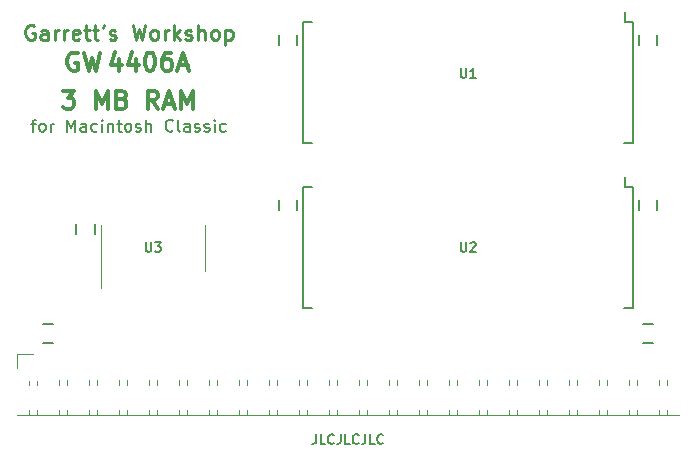
<source format=gto>
G04 #@! TF.GenerationSoftware,KiCad,Pcbnew,(5.1.10-1-10_14)*
G04 #@! TF.CreationDate,2021-11-16T23:45:20-05:00*
G04 #@! TF.ProjectId,MacClassicRAMCard,4d616343-6c61-4737-9369-6352414d4361,rev?*
G04 #@! TF.SameCoordinates,Original*
G04 #@! TF.FileFunction,Legend,Top*
G04 #@! TF.FilePolarity,Positive*
%FSLAX46Y46*%
G04 Gerber Fmt 4.6, Leading zero omitted, Abs format (unit mm)*
G04 Created by KiCad (PCBNEW (5.1.10-1-10_14)) date 2021-11-16 23:45:20*
%MOMM*%
%LPD*%
G01*
G04 APERTURE LIST*
%ADD10C,0.203200*%
%ADD11C,0.300000*%
%ADD12C,0.200000*%
%ADD13C,0.225000*%
%ADD14C,0.120000*%
%ADD15C,0.152400*%
%ADD16O,1.850000X1.850000*%
%ADD17C,2.000000*%
%ADD18C,2.150000*%
G04 APERTURE END LIST*
D10*
X117940666Y-128840895D02*
X117940666Y-129421466D01*
X117901961Y-129537580D01*
X117824552Y-129614990D01*
X117708438Y-129653695D01*
X117631028Y-129653695D01*
X118714761Y-129653695D02*
X118327714Y-129653695D01*
X118327714Y-128840895D01*
X119450152Y-129576285D02*
X119411447Y-129614990D01*
X119295333Y-129653695D01*
X119217923Y-129653695D01*
X119101809Y-129614990D01*
X119024400Y-129537580D01*
X118985695Y-129460171D01*
X118946990Y-129305352D01*
X118946990Y-129189238D01*
X118985695Y-129034419D01*
X119024400Y-128957009D01*
X119101809Y-128879600D01*
X119217923Y-128840895D01*
X119295333Y-128840895D01*
X119411447Y-128879600D01*
X119450152Y-128918304D01*
X120030723Y-128840895D02*
X120030723Y-129421466D01*
X119992019Y-129537580D01*
X119914609Y-129614990D01*
X119798495Y-129653695D01*
X119721085Y-129653695D01*
X120804819Y-129653695D02*
X120417771Y-129653695D01*
X120417771Y-128840895D01*
X121540209Y-129576285D02*
X121501504Y-129614990D01*
X121385390Y-129653695D01*
X121307980Y-129653695D01*
X121191866Y-129614990D01*
X121114457Y-129537580D01*
X121075752Y-129460171D01*
X121037047Y-129305352D01*
X121037047Y-129189238D01*
X121075752Y-129034419D01*
X121114457Y-128957009D01*
X121191866Y-128879600D01*
X121307980Y-128840895D01*
X121385390Y-128840895D01*
X121501504Y-128879600D01*
X121540209Y-128918304D01*
X122120780Y-128840895D02*
X122120780Y-129421466D01*
X122082076Y-129537580D01*
X122004666Y-129614990D01*
X121888552Y-129653695D01*
X121811142Y-129653695D01*
X122894876Y-129653695D02*
X122507828Y-129653695D01*
X122507828Y-128840895D01*
X123630266Y-129576285D02*
X123591561Y-129614990D01*
X123475447Y-129653695D01*
X123398038Y-129653695D01*
X123281923Y-129614990D01*
X123204514Y-129537580D01*
X123165809Y-129460171D01*
X123127104Y-129305352D01*
X123127104Y-129189238D01*
X123165809Y-129034419D01*
X123204514Y-128957009D01*
X123281923Y-128879600D01*
X123398038Y-128840895D01*
X123475447Y-128840895D01*
X123591561Y-128879600D01*
X123630266Y-128918304D01*
D11*
X96520000Y-99749428D02*
X97463428Y-99749428D01*
X96955428Y-100330000D01*
X97173142Y-100330000D01*
X97318285Y-100402571D01*
X97390857Y-100475142D01*
X97463428Y-100620285D01*
X97463428Y-100983142D01*
X97390857Y-101128285D01*
X97318285Y-101200857D01*
X97173142Y-101273428D01*
X96737714Y-101273428D01*
X96592571Y-101200857D01*
X96520000Y-101128285D01*
X99277714Y-101273428D02*
X99277714Y-99749428D01*
X99785714Y-100838000D01*
X100293714Y-99749428D01*
X100293714Y-101273428D01*
X101527428Y-100475142D02*
X101745142Y-100547714D01*
X101817714Y-100620285D01*
X101890285Y-100765428D01*
X101890285Y-100983142D01*
X101817714Y-101128285D01*
X101745142Y-101200857D01*
X101600000Y-101273428D01*
X101019428Y-101273428D01*
X101019428Y-99749428D01*
X101527428Y-99749428D01*
X101672571Y-99822000D01*
X101745142Y-99894571D01*
X101817714Y-100039714D01*
X101817714Y-100184857D01*
X101745142Y-100330000D01*
X101672571Y-100402571D01*
X101527428Y-100475142D01*
X101019428Y-100475142D01*
X104575428Y-101273428D02*
X104067428Y-100547714D01*
X103704571Y-101273428D02*
X103704571Y-99749428D01*
X104285142Y-99749428D01*
X104430285Y-99822000D01*
X104502857Y-99894571D01*
X104575428Y-100039714D01*
X104575428Y-100257428D01*
X104502857Y-100402571D01*
X104430285Y-100475142D01*
X104285142Y-100547714D01*
X103704571Y-100547714D01*
X105156000Y-100838000D02*
X105881714Y-100838000D01*
X105010857Y-101273428D02*
X105518857Y-99749428D01*
X106026857Y-101273428D01*
X106534857Y-101273428D02*
X106534857Y-99749428D01*
X107042857Y-100838000D01*
X107550857Y-99749428D01*
X107550857Y-101273428D01*
D12*
X93834857Y-102525285D02*
X94221904Y-102525285D01*
X93980000Y-103202619D02*
X93980000Y-102331761D01*
X94028380Y-102235000D01*
X94125142Y-102186619D01*
X94221904Y-102186619D01*
X94705714Y-103202619D02*
X94608952Y-103154238D01*
X94560571Y-103105857D01*
X94512190Y-103009095D01*
X94512190Y-102718809D01*
X94560571Y-102622047D01*
X94608952Y-102573666D01*
X94705714Y-102525285D01*
X94850857Y-102525285D01*
X94947619Y-102573666D01*
X94996000Y-102622047D01*
X95044380Y-102718809D01*
X95044380Y-103009095D01*
X94996000Y-103105857D01*
X94947619Y-103154238D01*
X94850857Y-103202619D01*
X94705714Y-103202619D01*
X95479809Y-103202619D02*
X95479809Y-102525285D01*
X95479809Y-102718809D02*
X95528190Y-102622047D01*
X95576571Y-102573666D01*
X95673333Y-102525285D01*
X95770095Y-102525285D01*
X96882857Y-103202619D02*
X96882857Y-102186619D01*
X97221523Y-102912333D01*
X97560190Y-102186619D01*
X97560190Y-103202619D01*
X98479428Y-103202619D02*
X98479428Y-102670428D01*
X98431047Y-102573666D01*
X98334285Y-102525285D01*
X98140761Y-102525285D01*
X98044000Y-102573666D01*
X98479428Y-103154238D02*
X98382666Y-103202619D01*
X98140761Y-103202619D01*
X98044000Y-103154238D01*
X97995619Y-103057476D01*
X97995619Y-102960714D01*
X98044000Y-102863952D01*
X98140761Y-102815571D01*
X98382666Y-102815571D01*
X98479428Y-102767190D01*
X99398666Y-103154238D02*
X99301904Y-103202619D01*
X99108380Y-103202619D01*
X99011619Y-103154238D01*
X98963238Y-103105857D01*
X98914857Y-103009095D01*
X98914857Y-102718809D01*
X98963238Y-102622047D01*
X99011619Y-102573666D01*
X99108380Y-102525285D01*
X99301904Y-102525285D01*
X99398666Y-102573666D01*
X99834095Y-103202619D02*
X99834095Y-102525285D01*
X99834095Y-102186619D02*
X99785714Y-102235000D01*
X99834095Y-102283380D01*
X99882476Y-102235000D01*
X99834095Y-102186619D01*
X99834095Y-102283380D01*
X100317904Y-102525285D02*
X100317904Y-103202619D01*
X100317904Y-102622047D02*
X100366285Y-102573666D01*
X100463047Y-102525285D01*
X100608190Y-102525285D01*
X100704952Y-102573666D01*
X100753333Y-102670428D01*
X100753333Y-103202619D01*
X101092000Y-102525285D02*
X101479047Y-102525285D01*
X101237142Y-102186619D02*
X101237142Y-103057476D01*
X101285523Y-103154238D01*
X101382285Y-103202619D01*
X101479047Y-103202619D01*
X101962857Y-103202619D02*
X101866095Y-103154238D01*
X101817714Y-103105857D01*
X101769333Y-103009095D01*
X101769333Y-102718809D01*
X101817714Y-102622047D01*
X101866095Y-102573666D01*
X101962857Y-102525285D01*
X102108000Y-102525285D01*
X102204761Y-102573666D01*
X102253142Y-102622047D01*
X102301523Y-102718809D01*
X102301523Y-103009095D01*
X102253142Y-103105857D01*
X102204761Y-103154238D01*
X102108000Y-103202619D01*
X101962857Y-103202619D01*
X102688571Y-103154238D02*
X102785333Y-103202619D01*
X102978857Y-103202619D01*
X103075619Y-103154238D01*
X103124000Y-103057476D01*
X103124000Y-103009095D01*
X103075619Y-102912333D01*
X102978857Y-102863952D01*
X102833714Y-102863952D01*
X102736952Y-102815571D01*
X102688571Y-102718809D01*
X102688571Y-102670428D01*
X102736952Y-102573666D01*
X102833714Y-102525285D01*
X102978857Y-102525285D01*
X103075619Y-102573666D01*
X103559428Y-103202619D02*
X103559428Y-102186619D01*
X103994857Y-103202619D02*
X103994857Y-102670428D01*
X103946476Y-102573666D01*
X103849714Y-102525285D01*
X103704571Y-102525285D01*
X103607809Y-102573666D01*
X103559428Y-102622047D01*
X105833333Y-103105857D02*
X105784952Y-103154238D01*
X105639809Y-103202619D01*
X105543047Y-103202619D01*
X105397904Y-103154238D01*
X105301142Y-103057476D01*
X105252761Y-102960714D01*
X105204380Y-102767190D01*
X105204380Y-102622047D01*
X105252761Y-102428523D01*
X105301142Y-102331761D01*
X105397904Y-102235000D01*
X105543047Y-102186619D01*
X105639809Y-102186619D01*
X105784952Y-102235000D01*
X105833333Y-102283380D01*
X106413904Y-103202619D02*
X106317142Y-103154238D01*
X106268761Y-103057476D01*
X106268761Y-102186619D01*
X107236380Y-103202619D02*
X107236380Y-102670428D01*
X107188000Y-102573666D01*
X107091238Y-102525285D01*
X106897714Y-102525285D01*
X106800952Y-102573666D01*
X107236380Y-103154238D02*
X107139619Y-103202619D01*
X106897714Y-103202619D01*
X106800952Y-103154238D01*
X106752571Y-103057476D01*
X106752571Y-102960714D01*
X106800952Y-102863952D01*
X106897714Y-102815571D01*
X107139619Y-102815571D01*
X107236380Y-102767190D01*
X107671809Y-103154238D02*
X107768571Y-103202619D01*
X107962095Y-103202619D01*
X108058857Y-103154238D01*
X108107238Y-103057476D01*
X108107238Y-103009095D01*
X108058857Y-102912333D01*
X107962095Y-102863952D01*
X107816952Y-102863952D01*
X107720190Y-102815571D01*
X107671809Y-102718809D01*
X107671809Y-102670428D01*
X107720190Y-102573666D01*
X107816952Y-102525285D01*
X107962095Y-102525285D01*
X108058857Y-102573666D01*
X108494285Y-103154238D02*
X108591047Y-103202619D01*
X108784571Y-103202619D01*
X108881333Y-103154238D01*
X108929714Y-103057476D01*
X108929714Y-103009095D01*
X108881333Y-102912333D01*
X108784571Y-102863952D01*
X108639428Y-102863952D01*
X108542666Y-102815571D01*
X108494285Y-102718809D01*
X108494285Y-102670428D01*
X108542666Y-102573666D01*
X108639428Y-102525285D01*
X108784571Y-102525285D01*
X108881333Y-102573666D01*
X109365142Y-103202619D02*
X109365142Y-102525285D01*
X109365142Y-102186619D02*
X109316761Y-102235000D01*
X109365142Y-102283380D01*
X109413523Y-102235000D01*
X109365142Y-102186619D01*
X109365142Y-102283380D01*
X110284380Y-103154238D02*
X110187619Y-103202619D01*
X109994095Y-103202619D01*
X109897333Y-103154238D01*
X109848952Y-103105857D01*
X109800571Y-103009095D01*
X109800571Y-102718809D01*
X109848952Y-102622047D01*
X109897333Y-102573666D01*
X109994095Y-102525285D01*
X110187619Y-102525285D01*
X110284380Y-102573666D01*
D11*
X97758485Y-96596000D02*
X97613342Y-96523428D01*
X97395628Y-96523428D01*
X97177914Y-96596000D01*
X97032771Y-96741142D01*
X96960200Y-96886285D01*
X96887628Y-97176571D01*
X96887628Y-97394285D01*
X96960200Y-97684571D01*
X97032771Y-97829714D01*
X97177914Y-97974857D01*
X97395628Y-98047428D01*
X97540771Y-98047428D01*
X97758485Y-97974857D01*
X97831057Y-97902285D01*
X97831057Y-97394285D01*
X97540771Y-97394285D01*
X98339057Y-96523428D02*
X98701914Y-98047428D01*
X98992200Y-96958857D01*
X99282485Y-98047428D01*
X99645342Y-96523428D01*
X101278200Y-97031428D02*
X101278200Y-98047428D01*
X100915342Y-96450857D02*
X100552485Y-97539428D01*
X101495914Y-97539428D01*
X102729628Y-97031428D02*
X102729628Y-98047428D01*
X102366771Y-96450857D02*
X102003914Y-97539428D01*
X102947342Y-97539428D01*
X103818200Y-96523428D02*
X103963342Y-96523428D01*
X104108485Y-96596000D01*
X104181057Y-96668571D01*
X104253628Y-96813714D01*
X104326200Y-97104000D01*
X104326200Y-97466857D01*
X104253628Y-97757142D01*
X104181057Y-97902285D01*
X104108485Y-97974857D01*
X103963342Y-98047428D01*
X103818200Y-98047428D01*
X103673057Y-97974857D01*
X103600485Y-97902285D01*
X103527914Y-97757142D01*
X103455342Y-97466857D01*
X103455342Y-97104000D01*
X103527914Y-96813714D01*
X103600485Y-96668571D01*
X103673057Y-96596000D01*
X103818200Y-96523428D01*
X105632485Y-96523428D02*
X105342200Y-96523428D01*
X105197057Y-96596000D01*
X105124485Y-96668571D01*
X104979342Y-96886285D01*
X104906771Y-97176571D01*
X104906771Y-97757142D01*
X104979342Y-97902285D01*
X105051914Y-97974857D01*
X105197057Y-98047428D01*
X105487342Y-98047428D01*
X105632485Y-97974857D01*
X105705057Y-97902285D01*
X105777628Y-97757142D01*
X105777628Y-97394285D01*
X105705057Y-97249142D01*
X105632485Y-97176571D01*
X105487342Y-97104000D01*
X105197057Y-97104000D01*
X105051914Y-97176571D01*
X104979342Y-97249142D01*
X104906771Y-97394285D01*
X106358200Y-97612000D02*
X107083914Y-97612000D01*
X106213057Y-98047428D02*
X106721057Y-96523428D01*
X107229057Y-98047428D01*
D13*
X94064666Y-94234000D02*
X93943714Y-94173523D01*
X93762285Y-94173523D01*
X93580857Y-94234000D01*
X93459904Y-94354952D01*
X93399428Y-94475904D01*
X93338952Y-94717809D01*
X93338952Y-94899238D01*
X93399428Y-95141142D01*
X93459904Y-95262095D01*
X93580857Y-95383047D01*
X93762285Y-95443523D01*
X93883238Y-95443523D01*
X94064666Y-95383047D01*
X94125142Y-95322571D01*
X94125142Y-94899238D01*
X93883238Y-94899238D01*
X95213714Y-95443523D02*
X95213714Y-94778285D01*
X95153238Y-94657333D01*
X95032285Y-94596857D01*
X94790380Y-94596857D01*
X94669428Y-94657333D01*
X95213714Y-95383047D02*
X95092761Y-95443523D01*
X94790380Y-95443523D01*
X94669428Y-95383047D01*
X94608952Y-95262095D01*
X94608952Y-95141142D01*
X94669428Y-95020190D01*
X94790380Y-94959714D01*
X95092761Y-94959714D01*
X95213714Y-94899238D01*
X95818476Y-95443523D02*
X95818476Y-94596857D01*
X95818476Y-94838761D02*
X95878952Y-94717809D01*
X95939428Y-94657333D01*
X96060380Y-94596857D01*
X96181333Y-94596857D01*
X96604666Y-95443523D02*
X96604666Y-94596857D01*
X96604666Y-94838761D02*
X96665142Y-94717809D01*
X96725619Y-94657333D01*
X96846571Y-94596857D01*
X96967523Y-94596857D01*
X97874666Y-95383047D02*
X97753714Y-95443523D01*
X97511809Y-95443523D01*
X97390857Y-95383047D01*
X97330380Y-95262095D01*
X97330380Y-94778285D01*
X97390857Y-94657333D01*
X97511809Y-94596857D01*
X97753714Y-94596857D01*
X97874666Y-94657333D01*
X97935142Y-94778285D01*
X97935142Y-94899238D01*
X97330380Y-95020190D01*
X98298000Y-94596857D02*
X98781809Y-94596857D01*
X98479428Y-94173523D02*
X98479428Y-95262095D01*
X98539904Y-95383047D01*
X98660857Y-95443523D01*
X98781809Y-95443523D01*
X99023714Y-94596857D02*
X99507523Y-94596857D01*
X99205142Y-94173523D02*
X99205142Y-95262095D01*
X99265619Y-95383047D01*
X99386571Y-95443523D01*
X99507523Y-95443523D01*
X99991333Y-94173523D02*
X99991333Y-94234000D01*
X99930857Y-94354952D01*
X99870380Y-94415428D01*
X100475142Y-95383047D02*
X100596095Y-95443523D01*
X100838000Y-95443523D01*
X100958952Y-95383047D01*
X101019428Y-95262095D01*
X101019428Y-95201619D01*
X100958952Y-95080666D01*
X100838000Y-95020190D01*
X100656571Y-95020190D01*
X100535619Y-94959714D01*
X100475142Y-94838761D01*
X100475142Y-94778285D01*
X100535619Y-94657333D01*
X100656571Y-94596857D01*
X100838000Y-94596857D01*
X100958952Y-94657333D01*
X102410380Y-94173523D02*
X102712761Y-95443523D01*
X102954666Y-94536380D01*
X103196571Y-95443523D01*
X103498952Y-94173523D01*
X104164190Y-95443523D02*
X104043238Y-95383047D01*
X103982761Y-95322571D01*
X103922285Y-95201619D01*
X103922285Y-94838761D01*
X103982761Y-94717809D01*
X104043238Y-94657333D01*
X104164190Y-94596857D01*
X104345619Y-94596857D01*
X104466571Y-94657333D01*
X104527047Y-94717809D01*
X104587523Y-94838761D01*
X104587523Y-95201619D01*
X104527047Y-95322571D01*
X104466571Y-95383047D01*
X104345619Y-95443523D01*
X104164190Y-95443523D01*
X105131809Y-95443523D02*
X105131809Y-94596857D01*
X105131809Y-94838761D02*
X105192285Y-94717809D01*
X105252761Y-94657333D01*
X105373714Y-94596857D01*
X105494666Y-94596857D01*
X105917999Y-95443523D02*
X105917999Y-94173523D01*
X106038952Y-94959714D02*
X106401809Y-95443523D01*
X106401809Y-94596857D02*
X105917999Y-95080666D01*
X106885619Y-95383047D02*
X107006571Y-95443523D01*
X107248476Y-95443523D01*
X107369428Y-95383047D01*
X107429904Y-95262095D01*
X107429904Y-95201619D01*
X107369428Y-95080666D01*
X107248476Y-95020190D01*
X107067047Y-95020190D01*
X106946095Y-94959714D01*
X106885619Y-94838761D01*
X106885619Y-94778285D01*
X106946095Y-94657333D01*
X107067047Y-94596857D01*
X107248476Y-94596857D01*
X107369428Y-94657333D01*
X107974190Y-95443523D02*
X107974190Y-94173523D01*
X108518476Y-95443523D02*
X108518476Y-94778285D01*
X108458000Y-94657333D01*
X108337047Y-94596857D01*
X108155619Y-94596857D01*
X108034666Y-94657333D01*
X107974190Y-94717809D01*
X109304666Y-95443523D02*
X109183714Y-95383047D01*
X109123238Y-95322571D01*
X109062761Y-95201619D01*
X109062761Y-94838761D01*
X109123238Y-94717809D01*
X109183714Y-94657333D01*
X109304666Y-94596857D01*
X109486095Y-94596857D01*
X109607047Y-94657333D01*
X109667523Y-94717809D01*
X109728000Y-94838761D01*
X109728000Y-95201619D01*
X109667523Y-95322571D01*
X109607047Y-95383047D01*
X109486095Y-95443523D01*
X109304666Y-95443523D01*
X110272285Y-94596857D02*
X110272285Y-95866857D01*
X110272285Y-94657333D02*
X110393238Y-94596857D01*
X110635142Y-94596857D01*
X110756095Y-94657333D01*
X110816571Y-94717809D01*
X110877047Y-94838761D01*
X110877047Y-95201619D01*
X110816571Y-95322571D01*
X110756095Y-95383047D01*
X110635142Y-95443523D01*
X110393238Y-95443523D01*
X110272285Y-95383047D01*
D14*
X92650000Y-123190000D02*
X92650000Y-122080000D01*
X92650000Y-122080000D02*
X93980000Y-122080000D01*
X92650000Y-127190000D02*
X148650000Y-127190000D01*
X147680000Y-124680000D02*
X147680000Y-124240000D01*
X147680000Y-127190000D02*
X147680000Y-126780000D01*
X146960000Y-124680000D02*
X146960000Y-124240000D01*
X146960000Y-127190000D02*
X146960000Y-126780000D01*
X145140000Y-124680000D02*
X145140000Y-124240000D01*
X145140000Y-127190000D02*
X145140000Y-126780000D01*
X144420000Y-124680000D02*
X144420000Y-124240000D01*
X144420000Y-127190000D02*
X144420000Y-126780000D01*
X142600000Y-124680000D02*
X142600000Y-124240000D01*
X142600000Y-127190000D02*
X142600000Y-126780000D01*
X141880000Y-124680000D02*
X141880000Y-124240000D01*
X141880000Y-127190000D02*
X141880000Y-126780000D01*
X140060000Y-124680000D02*
X140060000Y-124240000D01*
X140060000Y-127190000D02*
X140060000Y-126780000D01*
X139340000Y-124680000D02*
X139340000Y-124240000D01*
X139340000Y-127190000D02*
X139340000Y-126780000D01*
X137520000Y-124680000D02*
X137520000Y-124240000D01*
X137520000Y-127190000D02*
X137520000Y-126780000D01*
X136800000Y-124680000D02*
X136800000Y-124240000D01*
X136800000Y-127190000D02*
X136800000Y-126780000D01*
X134980000Y-124680000D02*
X134980000Y-124240000D01*
X134980000Y-127190000D02*
X134980000Y-126780000D01*
X134260000Y-124680000D02*
X134260000Y-124240000D01*
X134260000Y-127190000D02*
X134260000Y-126780000D01*
X132440000Y-124680000D02*
X132440000Y-124240000D01*
X132440000Y-127190000D02*
X132440000Y-126780000D01*
X131720000Y-124680000D02*
X131720000Y-124240000D01*
X131720000Y-127190000D02*
X131720000Y-126780000D01*
X129900000Y-124680000D02*
X129900000Y-124240000D01*
X129900000Y-127190000D02*
X129900000Y-126780000D01*
X129180000Y-124680000D02*
X129180000Y-124240000D01*
X129180000Y-127190000D02*
X129180000Y-126780000D01*
X127360000Y-124680000D02*
X127360000Y-124240000D01*
X127360000Y-127190000D02*
X127360000Y-126780000D01*
X126640000Y-124680000D02*
X126640000Y-124240000D01*
X126640000Y-127190000D02*
X126640000Y-126780000D01*
X124820000Y-124680000D02*
X124820000Y-124240000D01*
X124820000Y-127190000D02*
X124820000Y-126780000D01*
X124100000Y-124680000D02*
X124100000Y-124240000D01*
X124100000Y-127190000D02*
X124100000Y-126780000D01*
X122280000Y-124680000D02*
X122280000Y-124240000D01*
X122280000Y-127190000D02*
X122280000Y-126780000D01*
X121560000Y-124680000D02*
X121560000Y-124240000D01*
X121560000Y-127190000D02*
X121560000Y-126780000D01*
X119740000Y-124680000D02*
X119740000Y-124240000D01*
X119740000Y-127190000D02*
X119740000Y-126780000D01*
X119020000Y-124680000D02*
X119020000Y-124240000D01*
X119020000Y-127190000D02*
X119020000Y-126780000D01*
X117200000Y-124680000D02*
X117200000Y-124240000D01*
X117200000Y-127190000D02*
X117200000Y-126780000D01*
X116480000Y-124680000D02*
X116480000Y-124240000D01*
X116480000Y-127190000D02*
X116480000Y-126780000D01*
X114660000Y-124680000D02*
X114660000Y-124240000D01*
X114660000Y-127190000D02*
X114660000Y-126780000D01*
X113940000Y-124680000D02*
X113940000Y-124240000D01*
X113940000Y-127190000D02*
X113940000Y-126780000D01*
X112120000Y-124680000D02*
X112120000Y-124240000D01*
X112120000Y-127190000D02*
X112120000Y-126780000D01*
X111400000Y-124680000D02*
X111400000Y-124240000D01*
X111400000Y-127190000D02*
X111400000Y-126780000D01*
X109580000Y-124680000D02*
X109580000Y-124240000D01*
X109580000Y-127190000D02*
X109580000Y-126780000D01*
X108860000Y-124680000D02*
X108860000Y-124240000D01*
X108860000Y-127190000D02*
X108860000Y-126780000D01*
X107040000Y-124680000D02*
X107040000Y-124240000D01*
X107040000Y-127190000D02*
X107040000Y-126780000D01*
X106320000Y-124680000D02*
X106320000Y-124240000D01*
X106320000Y-127190000D02*
X106320000Y-126780000D01*
X104500000Y-124680000D02*
X104500000Y-124240000D01*
X104500000Y-127190000D02*
X104500000Y-126780000D01*
X103780000Y-124680000D02*
X103780000Y-124240000D01*
X103780000Y-127190000D02*
X103780000Y-126780000D01*
X101960000Y-124680000D02*
X101960000Y-124240000D01*
X101960000Y-127190000D02*
X101960000Y-126780000D01*
X101240000Y-124680000D02*
X101240000Y-124240000D01*
X101240000Y-127190000D02*
X101240000Y-126780000D01*
X99420000Y-124680000D02*
X99420000Y-124240000D01*
X99420000Y-127190000D02*
X99420000Y-126780000D01*
X98700000Y-124680000D02*
X98700000Y-124240000D01*
X98700000Y-127190000D02*
X98700000Y-126780000D01*
X96880000Y-124680000D02*
X96880000Y-124240000D01*
X96880000Y-127190000D02*
X96880000Y-126780000D01*
X96160000Y-124680000D02*
X96160000Y-124240000D01*
X96160000Y-127190000D02*
X96160000Y-126780000D01*
X94340000Y-124680000D02*
X94340000Y-124300000D01*
X94340000Y-127190000D02*
X94340000Y-126780000D01*
X93620000Y-124680000D02*
X93620000Y-124300000D01*
X93620000Y-127190000D02*
X93620000Y-126780000D01*
D15*
X116370000Y-109028600D02*
X116370000Y-109841400D01*
X114770000Y-109028600D02*
X114770000Y-109841400D01*
X145643600Y-119469000D02*
X146456400Y-119469000D01*
X145643600Y-121069000D02*
X146456400Y-121069000D01*
X146850000Y-95058600D02*
X146850000Y-95871400D01*
X145250000Y-95058600D02*
X145250000Y-95871400D01*
X116370000Y-95058600D02*
X116370000Y-95871400D01*
X114770000Y-95058600D02*
X114770000Y-95871400D01*
X145250000Y-109028600D02*
X145250000Y-109841400D01*
X146850000Y-109028600D02*
X146850000Y-109841400D01*
X97625000Y-111060600D02*
X97625000Y-111873400D01*
X99225000Y-111060600D02*
X99225000Y-111873400D01*
D14*
X99715000Y-113030000D02*
X99715000Y-116480000D01*
X99715000Y-113030000D02*
X99715000Y-111080000D01*
X108565000Y-113030000D02*
X108565000Y-114980000D01*
X108565000Y-113030000D02*
X108565000Y-111080000D01*
D15*
X95656400Y-119469000D02*
X94843600Y-119469000D01*
X95656400Y-121069000D02*
X94843600Y-121069000D01*
D12*
X144130000Y-93915000D02*
X144130000Y-93091000D01*
X116840000Y-93980000D02*
X116840000Y-104205000D01*
X144780000Y-93915000D02*
X144780000Y-104205000D01*
X116840000Y-93915000D02*
X117585000Y-93915000D01*
X116840000Y-104205000D02*
X117585000Y-104205000D01*
X144780000Y-104205000D02*
X144035000Y-104205000D01*
X144780000Y-93915000D02*
X144130000Y-93915000D01*
X144780000Y-107885000D02*
X144130000Y-107885000D01*
X144780000Y-118175000D02*
X144035000Y-118175000D01*
X116840000Y-118175000D02*
X117585000Y-118175000D01*
X116840000Y-107885000D02*
X117585000Y-107885000D01*
X144780000Y-107885000D02*
X144780000Y-118175000D01*
X116840000Y-107950000D02*
X116840000Y-118175000D01*
X144130000Y-107885000D02*
X144130000Y-107061000D01*
D10*
X103520723Y-112584895D02*
X103520723Y-113242876D01*
X103559428Y-113320285D01*
X103598133Y-113358990D01*
X103675542Y-113397695D01*
X103830361Y-113397695D01*
X103907771Y-113358990D01*
X103946476Y-113320285D01*
X103985180Y-113242876D01*
X103985180Y-112584895D01*
X104294819Y-112584895D02*
X104797980Y-112584895D01*
X104527047Y-112894533D01*
X104643161Y-112894533D01*
X104720571Y-112933238D01*
X104759276Y-112971942D01*
X104797980Y-113049352D01*
X104797980Y-113242876D01*
X104759276Y-113320285D01*
X104720571Y-113358990D01*
X104643161Y-113397695D01*
X104410933Y-113397695D01*
X104333523Y-113358990D01*
X104294819Y-113320285D01*
X130190723Y-97852895D02*
X130190723Y-98510876D01*
X130229428Y-98588285D01*
X130268133Y-98626990D01*
X130345542Y-98665695D01*
X130500361Y-98665695D01*
X130577771Y-98626990D01*
X130616476Y-98588285D01*
X130655180Y-98510876D01*
X130655180Y-97852895D01*
X131467980Y-98665695D02*
X131003523Y-98665695D01*
X131235752Y-98665695D02*
X131235752Y-97852895D01*
X131158342Y-97969009D01*
X131080933Y-98046419D01*
X131003523Y-98085123D01*
X130190723Y-112584895D02*
X130190723Y-113242876D01*
X130229428Y-113320285D01*
X130268133Y-113358990D01*
X130345542Y-113397695D01*
X130500361Y-113397695D01*
X130577771Y-113358990D01*
X130616476Y-113320285D01*
X130655180Y-113242876D01*
X130655180Y-112584895D01*
X131003523Y-112662304D02*
X131042228Y-112623600D01*
X131119638Y-112584895D01*
X131313161Y-112584895D01*
X131390571Y-112623600D01*
X131429276Y-112662304D01*
X131467980Y-112739714D01*
X131467980Y-112817123D01*
X131429276Y-112933238D01*
X130964819Y-113397695D01*
X131467980Y-113397695D01*
%LPC*%
D16*
X147320000Y-125730000D03*
X147320000Y-123190000D03*
X144780000Y-125730000D03*
X144780000Y-123190000D03*
X142240000Y-125730000D03*
X142240000Y-123190000D03*
X139700000Y-125730000D03*
X139700000Y-123190000D03*
X137160000Y-125730000D03*
X137160000Y-123190000D03*
X134620000Y-125730000D03*
X134620000Y-123190000D03*
X132080000Y-125730000D03*
X132080000Y-123190000D03*
X129540000Y-125730000D03*
X129540000Y-123190000D03*
X127000000Y-125730000D03*
X127000000Y-123190000D03*
X124460000Y-125730000D03*
X124460000Y-123190000D03*
X121920000Y-125730000D03*
X121920000Y-123190000D03*
X119380000Y-125730000D03*
X119380000Y-123190000D03*
X116840000Y-125730000D03*
X116840000Y-123190000D03*
X114300000Y-125730000D03*
X114300000Y-123190000D03*
X111760000Y-125730000D03*
X111760000Y-123190000D03*
X109220000Y-125730000D03*
X109220000Y-123190000D03*
X106680000Y-125730000D03*
X106680000Y-123190000D03*
X104140000Y-125730000D03*
X104140000Y-123190000D03*
X101600000Y-125730000D03*
X101600000Y-123190000D03*
X99060000Y-125730000D03*
X99060000Y-123190000D03*
X96520000Y-125730000D03*
X96520000Y-123190000D03*
X93980000Y-125730000D03*
G36*
G01*
X94830000Y-124115000D02*
X93130000Y-124115000D01*
G75*
G02*
X93055000Y-124040000I0J75000D01*
G01*
X93055000Y-122340000D01*
G75*
G02*
X93130000Y-122265000I75000J0D01*
G01*
X94830000Y-122265000D01*
G75*
G02*
X94905000Y-122340000I0J-75000D01*
G01*
X94905000Y-124040000D01*
G75*
G02*
X94830000Y-124115000I-75000J0D01*
G01*
G37*
D17*
X148336000Y-118364000D03*
X92964000Y-118364000D03*
X144526000Y-133350000D03*
D18*
X94234000Y-133350000D03*
X147066000Y-133350000D03*
D17*
X96774000Y-133350000D03*
G36*
G01*
X115107500Y-109710000D02*
X116032500Y-109710000D01*
G75*
G02*
X116320000Y-109997500I0J-287500D01*
G01*
X116320000Y-110572500D01*
G75*
G02*
X116032500Y-110860000I-287500J0D01*
G01*
X115107500Y-110860000D01*
G75*
G02*
X114820000Y-110572500I0J287500D01*
G01*
X114820000Y-109997500D01*
G75*
G02*
X115107500Y-109710000I287500J0D01*
G01*
G37*
G36*
G01*
X115107500Y-108010000D02*
X116032500Y-108010000D01*
G75*
G02*
X116320000Y-108297500I0J-287500D01*
G01*
X116320000Y-108872500D01*
G75*
G02*
X116032500Y-109160000I-287500J0D01*
G01*
X115107500Y-109160000D01*
G75*
G02*
X114820000Y-108872500I0J287500D01*
G01*
X114820000Y-108297500D01*
G75*
G02*
X115107500Y-108010000I287500J0D01*
G01*
G37*
G36*
G01*
X146325000Y-120731500D02*
X146325000Y-119806500D01*
G75*
G02*
X146612500Y-119519000I287500J0D01*
G01*
X147187500Y-119519000D01*
G75*
G02*
X147475000Y-119806500I0J-287500D01*
G01*
X147475000Y-120731500D01*
G75*
G02*
X147187500Y-121019000I-287500J0D01*
G01*
X146612500Y-121019000D01*
G75*
G02*
X146325000Y-120731500I0J287500D01*
G01*
G37*
G36*
G01*
X144625000Y-120731500D02*
X144625000Y-119806500D01*
G75*
G02*
X144912500Y-119519000I287500J0D01*
G01*
X145487500Y-119519000D01*
G75*
G02*
X145775000Y-119806500I0J-287500D01*
G01*
X145775000Y-120731500D01*
G75*
G02*
X145487500Y-121019000I-287500J0D01*
G01*
X144912500Y-121019000D01*
G75*
G02*
X144625000Y-120731500I0J287500D01*
G01*
G37*
D18*
X92964000Y-90424000D03*
D17*
X95504000Y-90424000D03*
X145796000Y-90424000D03*
D18*
X92964000Y-115824000D03*
X148336000Y-115824000D03*
X148336000Y-90424000D03*
G36*
G01*
X145587500Y-95740000D02*
X146512500Y-95740000D01*
G75*
G02*
X146800000Y-96027500I0J-287500D01*
G01*
X146800000Y-96602500D01*
G75*
G02*
X146512500Y-96890000I-287500J0D01*
G01*
X145587500Y-96890000D01*
G75*
G02*
X145300000Y-96602500I0J287500D01*
G01*
X145300000Y-96027500D01*
G75*
G02*
X145587500Y-95740000I287500J0D01*
G01*
G37*
G36*
G01*
X145587500Y-94040000D02*
X146512500Y-94040000D01*
G75*
G02*
X146800000Y-94327500I0J-287500D01*
G01*
X146800000Y-94902500D01*
G75*
G02*
X146512500Y-95190000I-287500J0D01*
G01*
X145587500Y-95190000D01*
G75*
G02*
X145300000Y-94902500I0J287500D01*
G01*
X145300000Y-94327500D01*
G75*
G02*
X145587500Y-94040000I287500J0D01*
G01*
G37*
G36*
G01*
X115107500Y-95740000D02*
X116032500Y-95740000D01*
G75*
G02*
X116320000Y-96027500I0J-287500D01*
G01*
X116320000Y-96602500D01*
G75*
G02*
X116032500Y-96890000I-287500J0D01*
G01*
X115107500Y-96890000D01*
G75*
G02*
X114820000Y-96602500I0J287500D01*
G01*
X114820000Y-96027500D01*
G75*
G02*
X115107500Y-95740000I287500J0D01*
G01*
G37*
G36*
G01*
X115107500Y-94040000D02*
X116032500Y-94040000D01*
G75*
G02*
X116320000Y-94327500I0J-287500D01*
G01*
X116320000Y-94902500D01*
G75*
G02*
X116032500Y-95190000I-287500J0D01*
G01*
X115107500Y-95190000D01*
G75*
G02*
X114820000Y-94902500I0J287500D01*
G01*
X114820000Y-94327500D01*
G75*
G02*
X115107500Y-94040000I287500J0D01*
G01*
G37*
G36*
G01*
X145587500Y-108010000D02*
X146512500Y-108010000D01*
G75*
G02*
X146800000Y-108297500I0J-287500D01*
G01*
X146800000Y-108872500D01*
G75*
G02*
X146512500Y-109160000I-287500J0D01*
G01*
X145587500Y-109160000D01*
G75*
G02*
X145300000Y-108872500I0J287500D01*
G01*
X145300000Y-108297500D01*
G75*
G02*
X145587500Y-108010000I287500J0D01*
G01*
G37*
G36*
G01*
X145587500Y-109710000D02*
X146512500Y-109710000D01*
G75*
G02*
X146800000Y-109997500I0J-287500D01*
G01*
X146800000Y-110572500D01*
G75*
G02*
X146512500Y-110860000I-287500J0D01*
G01*
X145587500Y-110860000D01*
G75*
G02*
X145300000Y-110572500I0J287500D01*
G01*
X145300000Y-109997500D01*
G75*
G02*
X145587500Y-109710000I287500J0D01*
G01*
G37*
G36*
G01*
X97962500Y-110042000D02*
X98887500Y-110042000D01*
G75*
G02*
X99175000Y-110329500I0J-287500D01*
G01*
X99175000Y-110904500D01*
G75*
G02*
X98887500Y-111192000I-287500J0D01*
G01*
X97962500Y-111192000D01*
G75*
G02*
X97675000Y-110904500I0J287500D01*
G01*
X97675000Y-110329500D01*
G75*
G02*
X97962500Y-110042000I287500J0D01*
G01*
G37*
G36*
G01*
X97962500Y-111742000D02*
X98887500Y-111742000D01*
G75*
G02*
X99175000Y-112029500I0J-287500D01*
G01*
X99175000Y-112604500D01*
G75*
G02*
X98887500Y-112892000I-287500J0D01*
G01*
X97962500Y-112892000D01*
G75*
G02*
X97675000Y-112604500I0J287500D01*
G01*
X97675000Y-112029500D01*
G75*
G02*
X97962500Y-111742000I287500J0D01*
G01*
G37*
G36*
G01*
X100505000Y-111580000D02*
X100155000Y-111580000D01*
G75*
G02*
X99980000Y-111405000I0J175000D01*
G01*
X99980000Y-109705000D01*
G75*
G02*
X100155000Y-109530000I175000J0D01*
G01*
X100505000Y-109530000D01*
G75*
G02*
X100680000Y-109705000I0J-175000D01*
G01*
X100680000Y-111405000D01*
G75*
G02*
X100505000Y-111580000I-175000J0D01*
G01*
G37*
G36*
G01*
X108125000Y-116530000D02*
X107775000Y-116530000D01*
G75*
G02*
X107600000Y-116355000I0J175000D01*
G01*
X107600000Y-114655000D01*
G75*
G02*
X107775000Y-114480000I175000J0D01*
G01*
X108125000Y-114480000D01*
G75*
G02*
X108300000Y-114655000I0J-175000D01*
G01*
X108300000Y-116355000D01*
G75*
G02*
X108125000Y-116530000I-175000J0D01*
G01*
G37*
G36*
G01*
X103045000Y-111580000D02*
X102695000Y-111580000D01*
G75*
G02*
X102520000Y-111405000I0J175000D01*
G01*
X102520000Y-109705000D01*
G75*
G02*
X102695000Y-109530000I175000J0D01*
G01*
X103045000Y-109530000D01*
G75*
G02*
X103220000Y-109705000I0J-175000D01*
G01*
X103220000Y-111405000D01*
G75*
G02*
X103045000Y-111580000I-175000J0D01*
G01*
G37*
G36*
G01*
X108125000Y-111580000D02*
X107775000Y-111580000D01*
G75*
G02*
X107600000Y-111405000I0J175000D01*
G01*
X107600000Y-109705000D01*
G75*
G02*
X107775000Y-109530000I175000J0D01*
G01*
X108125000Y-109530000D01*
G75*
G02*
X108300000Y-109705000I0J-175000D01*
G01*
X108300000Y-111405000D01*
G75*
G02*
X108125000Y-111580000I-175000J0D01*
G01*
G37*
G36*
G01*
X101775000Y-111580000D02*
X101425000Y-111580000D01*
G75*
G02*
X101250000Y-111405000I0J175000D01*
G01*
X101250000Y-109705000D01*
G75*
G02*
X101425000Y-109530000I175000J0D01*
G01*
X101775000Y-109530000D01*
G75*
G02*
X101950000Y-109705000I0J-175000D01*
G01*
X101950000Y-111405000D01*
G75*
G02*
X101775000Y-111580000I-175000J0D01*
G01*
G37*
G36*
G01*
X106855000Y-116530000D02*
X106505000Y-116530000D01*
G75*
G02*
X106330000Y-116355000I0J175000D01*
G01*
X106330000Y-114655000D01*
G75*
G02*
X106505000Y-114480000I175000J0D01*
G01*
X106855000Y-114480000D01*
G75*
G02*
X107030000Y-114655000I0J-175000D01*
G01*
X107030000Y-116355000D01*
G75*
G02*
X106855000Y-116530000I-175000J0D01*
G01*
G37*
G36*
G01*
X106855000Y-111580000D02*
X106505000Y-111580000D01*
G75*
G02*
X106330000Y-111405000I0J175000D01*
G01*
X106330000Y-109705000D01*
G75*
G02*
X106505000Y-109530000I175000J0D01*
G01*
X106855000Y-109530000D01*
G75*
G02*
X107030000Y-109705000I0J-175000D01*
G01*
X107030000Y-111405000D01*
G75*
G02*
X106855000Y-111580000I-175000J0D01*
G01*
G37*
G36*
G01*
X105585000Y-111580000D02*
X105235000Y-111580000D01*
G75*
G02*
X105060000Y-111405000I0J175000D01*
G01*
X105060000Y-109705000D01*
G75*
G02*
X105235000Y-109530000I175000J0D01*
G01*
X105585000Y-109530000D01*
G75*
G02*
X105760000Y-109705000I0J-175000D01*
G01*
X105760000Y-111405000D01*
G75*
G02*
X105585000Y-111580000I-175000J0D01*
G01*
G37*
G36*
G01*
X104315000Y-111580000D02*
X103965000Y-111580000D01*
G75*
G02*
X103790000Y-111405000I0J175000D01*
G01*
X103790000Y-109705000D01*
G75*
G02*
X103965000Y-109530000I175000J0D01*
G01*
X104315000Y-109530000D01*
G75*
G02*
X104490000Y-109705000I0J-175000D01*
G01*
X104490000Y-111405000D01*
G75*
G02*
X104315000Y-111580000I-175000J0D01*
G01*
G37*
G36*
G01*
X101775000Y-116530000D02*
X101425000Y-116530000D01*
G75*
G02*
X101250000Y-116355000I0J175000D01*
G01*
X101250000Y-114655000D01*
G75*
G02*
X101425000Y-114480000I175000J0D01*
G01*
X101775000Y-114480000D01*
G75*
G02*
X101950000Y-114655000I0J-175000D01*
G01*
X101950000Y-116355000D01*
G75*
G02*
X101775000Y-116530000I-175000J0D01*
G01*
G37*
G36*
G01*
X100505000Y-116530000D02*
X100155000Y-116530000D01*
G75*
G02*
X99980000Y-116355000I0J175000D01*
G01*
X99980000Y-114655000D01*
G75*
G02*
X100155000Y-114480000I175000J0D01*
G01*
X100505000Y-114480000D01*
G75*
G02*
X100680000Y-114655000I0J-175000D01*
G01*
X100680000Y-116355000D01*
G75*
G02*
X100505000Y-116530000I-175000J0D01*
G01*
G37*
G36*
G01*
X104315000Y-116530000D02*
X103965000Y-116530000D01*
G75*
G02*
X103790000Y-116355000I0J175000D01*
G01*
X103790000Y-114655000D01*
G75*
G02*
X103965000Y-114480000I175000J0D01*
G01*
X104315000Y-114480000D01*
G75*
G02*
X104490000Y-114655000I0J-175000D01*
G01*
X104490000Y-116355000D01*
G75*
G02*
X104315000Y-116530000I-175000J0D01*
G01*
G37*
G36*
G01*
X103045000Y-116530000D02*
X102695000Y-116530000D01*
G75*
G02*
X102520000Y-116355000I0J175000D01*
G01*
X102520000Y-114655000D01*
G75*
G02*
X102695000Y-114480000I175000J0D01*
G01*
X103045000Y-114480000D01*
G75*
G02*
X103220000Y-114655000I0J-175000D01*
G01*
X103220000Y-116355000D01*
G75*
G02*
X103045000Y-116530000I-175000J0D01*
G01*
G37*
G36*
G01*
X105585000Y-116530000D02*
X105235000Y-116530000D01*
G75*
G02*
X105060000Y-116355000I0J175000D01*
G01*
X105060000Y-114655000D01*
G75*
G02*
X105235000Y-114480000I175000J0D01*
G01*
X105585000Y-114480000D01*
G75*
G02*
X105760000Y-114655000I0J-175000D01*
G01*
X105760000Y-116355000D01*
G75*
G02*
X105585000Y-116530000I-175000J0D01*
G01*
G37*
G36*
G01*
X96675000Y-119806500D02*
X96675000Y-120731500D01*
G75*
G02*
X96387500Y-121019000I-287500J0D01*
G01*
X95812500Y-121019000D01*
G75*
G02*
X95525000Y-120731500I0J287500D01*
G01*
X95525000Y-119806500D01*
G75*
G02*
X95812500Y-119519000I287500J0D01*
G01*
X96387500Y-119519000D01*
G75*
G02*
X96675000Y-119806500I0J-287500D01*
G01*
G37*
G36*
G01*
X94975000Y-119806500D02*
X94975000Y-120731500D01*
G75*
G02*
X94687500Y-121019000I-287500J0D01*
G01*
X94112500Y-121019000D01*
G75*
G02*
X93825000Y-120731500I0J287500D01*
G01*
X93825000Y-119806500D01*
G75*
G02*
X94112500Y-119519000I287500J0D01*
G01*
X94687500Y-119519000D01*
G75*
G02*
X94975000Y-119806500I0J-287500D01*
G01*
G37*
G36*
G01*
X125555000Y-101931000D02*
X125905000Y-101931000D01*
G75*
G02*
X126080000Y-102106000I0J-175000D01*
G01*
X126080000Y-104904000D01*
G75*
G02*
X125905000Y-105079000I-175000J0D01*
G01*
X125555000Y-105079000D01*
G75*
G02*
X125380000Y-104904000I0J175000D01*
G01*
X125380000Y-102106000D01*
G75*
G02*
X125555000Y-101931000I175000J0D01*
G01*
G37*
G36*
G01*
X124285000Y-101931000D02*
X124635000Y-101931000D01*
G75*
G02*
X124810000Y-102106000I0J-175000D01*
G01*
X124810000Y-104904000D01*
G75*
G02*
X124635000Y-105079000I-175000J0D01*
G01*
X124285000Y-105079000D01*
G75*
G02*
X124110000Y-104904000I0J175000D01*
G01*
X124110000Y-102106000D01*
G75*
G02*
X124285000Y-101931000I175000J0D01*
G01*
G37*
G36*
G01*
X126825000Y-93041000D02*
X127175000Y-93041000D01*
G75*
G02*
X127350000Y-93216000I0J-175000D01*
G01*
X127350000Y-96014000D01*
G75*
G02*
X127175000Y-96189000I-175000J0D01*
G01*
X126825000Y-96189000D01*
G75*
G02*
X126650000Y-96014000I0J175000D01*
G01*
X126650000Y-93216000D01*
G75*
G02*
X126825000Y-93041000I175000J0D01*
G01*
G37*
G36*
G01*
X134445000Y-93041000D02*
X134795000Y-93041000D01*
G75*
G02*
X134970000Y-93216000I0J-175000D01*
G01*
X134970000Y-96014000D01*
G75*
G02*
X134795000Y-96189000I-175000J0D01*
G01*
X134445000Y-96189000D01*
G75*
G02*
X134270000Y-96014000I0J175000D01*
G01*
X134270000Y-93216000D01*
G75*
G02*
X134445000Y-93041000I175000J0D01*
G01*
G37*
G36*
G01*
X136985000Y-93041000D02*
X137335000Y-93041000D01*
G75*
G02*
X137510000Y-93216000I0J-175000D01*
G01*
X137510000Y-96014000D01*
G75*
G02*
X137335000Y-96189000I-175000J0D01*
G01*
X136985000Y-96189000D01*
G75*
G02*
X136810000Y-96014000I0J175000D01*
G01*
X136810000Y-93216000D01*
G75*
G02*
X136985000Y-93041000I175000J0D01*
G01*
G37*
G36*
G01*
X143335000Y-93041000D02*
X143685000Y-93041000D01*
G75*
G02*
X143860000Y-93216000I0J-175000D01*
G01*
X143860000Y-96014000D01*
G75*
G02*
X143685000Y-96189000I-175000J0D01*
G01*
X143335000Y-96189000D01*
G75*
G02*
X143160000Y-96014000I0J175000D01*
G01*
X143160000Y-93216000D01*
G75*
G02*
X143335000Y-93041000I175000J0D01*
G01*
G37*
G36*
G01*
X142065000Y-93041000D02*
X142415000Y-93041000D01*
G75*
G02*
X142590000Y-93216000I0J-175000D01*
G01*
X142590000Y-96014000D01*
G75*
G02*
X142415000Y-96189000I-175000J0D01*
G01*
X142065000Y-96189000D01*
G75*
G02*
X141890000Y-96014000I0J175000D01*
G01*
X141890000Y-93216000D01*
G75*
G02*
X142065000Y-93041000I175000J0D01*
G01*
G37*
G36*
G01*
X140795000Y-93041000D02*
X141145000Y-93041000D01*
G75*
G02*
X141320000Y-93216000I0J-175000D01*
G01*
X141320000Y-96014000D01*
G75*
G02*
X141145000Y-96189000I-175000J0D01*
G01*
X140795000Y-96189000D01*
G75*
G02*
X140620000Y-96014000I0J175000D01*
G01*
X140620000Y-93216000D01*
G75*
G02*
X140795000Y-93041000I175000J0D01*
G01*
G37*
G36*
G01*
X139525000Y-93041000D02*
X139875000Y-93041000D01*
G75*
G02*
X140050000Y-93216000I0J-175000D01*
G01*
X140050000Y-96014000D01*
G75*
G02*
X139875000Y-96189000I-175000J0D01*
G01*
X139525000Y-96189000D01*
G75*
G02*
X139350000Y-96014000I0J175000D01*
G01*
X139350000Y-93216000D01*
G75*
G02*
X139525000Y-93041000I175000J0D01*
G01*
G37*
G36*
G01*
X138255000Y-93041000D02*
X138605000Y-93041000D01*
G75*
G02*
X138780000Y-93216000I0J-175000D01*
G01*
X138780000Y-96014000D01*
G75*
G02*
X138605000Y-96189000I-175000J0D01*
G01*
X138255000Y-96189000D01*
G75*
G02*
X138080000Y-96014000I0J175000D01*
G01*
X138080000Y-93216000D01*
G75*
G02*
X138255000Y-93041000I175000J0D01*
G01*
G37*
G36*
G01*
X133175000Y-93041000D02*
X133525000Y-93041000D01*
G75*
G02*
X133700000Y-93216000I0J-175000D01*
G01*
X133700000Y-96014000D01*
G75*
G02*
X133525000Y-96189000I-175000J0D01*
G01*
X133175000Y-96189000D01*
G75*
G02*
X133000000Y-96014000I0J175000D01*
G01*
X133000000Y-93216000D01*
G75*
G02*
X133175000Y-93041000I175000J0D01*
G01*
G37*
G36*
G01*
X131905000Y-93041000D02*
X132255000Y-93041000D01*
G75*
G02*
X132430000Y-93216000I0J-175000D01*
G01*
X132430000Y-96014000D01*
G75*
G02*
X132255000Y-96189000I-175000J0D01*
G01*
X131905000Y-96189000D01*
G75*
G02*
X131730000Y-96014000I0J175000D01*
G01*
X131730000Y-93216000D01*
G75*
G02*
X131905000Y-93041000I175000J0D01*
G01*
G37*
G36*
G01*
X130635000Y-93041000D02*
X130985000Y-93041000D01*
G75*
G02*
X131160000Y-93216000I0J-175000D01*
G01*
X131160000Y-96014000D01*
G75*
G02*
X130985000Y-96189000I-175000J0D01*
G01*
X130635000Y-96189000D01*
G75*
G02*
X130460000Y-96014000I0J175000D01*
G01*
X130460000Y-93216000D01*
G75*
G02*
X130635000Y-93041000I175000J0D01*
G01*
G37*
G36*
G01*
X129365000Y-93041000D02*
X129715000Y-93041000D01*
G75*
G02*
X129890000Y-93216000I0J-175000D01*
G01*
X129890000Y-96014000D01*
G75*
G02*
X129715000Y-96189000I-175000J0D01*
G01*
X129365000Y-96189000D01*
G75*
G02*
X129190000Y-96014000I0J175000D01*
G01*
X129190000Y-93216000D01*
G75*
G02*
X129365000Y-93041000I175000J0D01*
G01*
G37*
G36*
G01*
X128095000Y-93041000D02*
X128445000Y-93041000D01*
G75*
G02*
X128620000Y-93216000I0J-175000D01*
G01*
X128620000Y-96014000D01*
G75*
G02*
X128445000Y-96189000I-175000J0D01*
G01*
X128095000Y-96189000D01*
G75*
G02*
X127920000Y-96014000I0J175000D01*
G01*
X127920000Y-93216000D01*
G75*
G02*
X128095000Y-93041000I175000J0D01*
G01*
G37*
G36*
G01*
X117935000Y-101931000D02*
X118285000Y-101931000D01*
G75*
G02*
X118460000Y-102106000I0J-175000D01*
G01*
X118460000Y-104904000D01*
G75*
G02*
X118285000Y-105079000I-175000J0D01*
G01*
X117935000Y-105079000D01*
G75*
G02*
X117760000Y-104904000I0J175000D01*
G01*
X117760000Y-102106000D01*
G75*
G02*
X117935000Y-101931000I175000J0D01*
G01*
G37*
G36*
G01*
X119205000Y-101931000D02*
X119555000Y-101931000D01*
G75*
G02*
X119730000Y-102106000I0J-175000D01*
G01*
X119730000Y-104904000D01*
G75*
G02*
X119555000Y-105079000I-175000J0D01*
G01*
X119205000Y-105079000D01*
G75*
G02*
X119030000Y-104904000I0J175000D01*
G01*
X119030000Y-102106000D01*
G75*
G02*
X119205000Y-101931000I175000J0D01*
G01*
G37*
G36*
G01*
X120475000Y-101931000D02*
X120825000Y-101931000D01*
G75*
G02*
X121000000Y-102106000I0J-175000D01*
G01*
X121000000Y-104904000D01*
G75*
G02*
X120825000Y-105079000I-175000J0D01*
G01*
X120475000Y-105079000D01*
G75*
G02*
X120300000Y-104904000I0J175000D01*
G01*
X120300000Y-102106000D01*
G75*
G02*
X120475000Y-101931000I175000J0D01*
G01*
G37*
G36*
G01*
X121745000Y-101931000D02*
X122095000Y-101931000D01*
G75*
G02*
X122270000Y-102106000I0J-175000D01*
G01*
X122270000Y-104904000D01*
G75*
G02*
X122095000Y-105079000I-175000J0D01*
G01*
X121745000Y-105079000D01*
G75*
G02*
X121570000Y-104904000I0J175000D01*
G01*
X121570000Y-102106000D01*
G75*
G02*
X121745000Y-101931000I175000J0D01*
G01*
G37*
G36*
G01*
X123015000Y-101931000D02*
X123365000Y-101931000D01*
G75*
G02*
X123540000Y-102106000I0J-175000D01*
G01*
X123540000Y-104904000D01*
G75*
G02*
X123365000Y-105079000I-175000J0D01*
G01*
X123015000Y-105079000D01*
G75*
G02*
X122840000Y-104904000I0J175000D01*
G01*
X122840000Y-102106000D01*
G75*
G02*
X123015000Y-101931000I175000J0D01*
G01*
G37*
G36*
G01*
X135715000Y-93041000D02*
X136065000Y-93041000D01*
G75*
G02*
X136240000Y-93216000I0J-175000D01*
G01*
X136240000Y-96014000D01*
G75*
G02*
X136065000Y-96189000I-175000J0D01*
G01*
X135715000Y-96189000D01*
G75*
G02*
X135540000Y-96014000I0J175000D01*
G01*
X135540000Y-93216000D01*
G75*
G02*
X135715000Y-93041000I175000J0D01*
G01*
G37*
G36*
G01*
X125555000Y-93041000D02*
X125905000Y-93041000D01*
G75*
G02*
X126080000Y-93216000I0J-175000D01*
G01*
X126080000Y-96014000D01*
G75*
G02*
X125905000Y-96189000I-175000J0D01*
G01*
X125555000Y-96189000D01*
G75*
G02*
X125380000Y-96014000I0J175000D01*
G01*
X125380000Y-93216000D01*
G75*
G02*
X125555000Y-93041000I175000J0D01*
G01*
G37*
G36*
G01*
X124285000Y-93041000D02*
X124635000Y-93041000D01*
G75*
G02*
X124810000Y-93216000I0J-175000D01*
G01*
X124810000Y-96014000D01*
G75*
G02*
X124635000Y-96189000I-175000J0D01*
G01*
X124285000Y-96189000D01*
G75*
G02*
X124110000Y-96014000I0J175000D01*
G01*
X124110000Y-93216000D01*
G75*
G02*
X124285000Y-93041000I175000J0D01*
G01*
G37*
G36*
G01*
X123015000Y-93041000D02*
X123365000Y-93041000D01*
G75*
G02*
X123540000Y-93216000I0J-175000D01*
G01*
X123540000Y-96014000D01*
G75*
G02*
X123365000Y-96189000I-175000J0D01*
G01*
X123015000Y-96189000D01*
G75*
G02*
X122840000Y-96014000I0J175000D01*
G01*
X122840000Y-93216000D01*
G75*
G02*
X123015000Y-93041000I175000J0D01*
G01*
G37*
G36*
G01*
X121745000Y-93041000D02*
X122095000Y-93041000D01*
G75*
G02*
X122270000Y-93216000I0J-175000D01*
G01*
X122270000Y-96014000D01*
G75*
G02*
X122095000Y-96189000I-175000J0D01*
G01*
X121745000Y-96189000D01*
G75*
G02*
X121570000Y-96014000I0J175000D01*
G01*
X121570000Y-93216000D01*
G75*
G02*
X121745000Y-93041000I175000J0D01*
G01*
G37*
G36*
G01*
X120475000Y-93041000D02*
X120825000Y-93041000D01*
G75*
G02*
X121000000Y-93216000I0J-175000D01*
G01*
X121000000Y-96014000D01*
G75*
G02*
X120825000Y-96189000I-175000J0D01*
G01*
X120475000Y-96189000D01*
G75*
G02*
X120300000Y-96014000I0J175000D01*
G01*
X120300000Y-93216000D01*
G75*
G02*
X120475000Y-93041000I175000J0D01*
G01*
G37*
G36*
G01*
X135715000Y-101931000D02*
X136065000Y-101931000D01*
G75*
G02*
X136240000Y-102106000I0J-175000D01*
G01*
X136240000Y-104904000D01*
G75*
G02*
X136065000Y-105079000I-175000J0D01*
G01*
X135715000Y-105079000D01*
G75*
G02*
X135540000Y-104904000I0J175000D01*
G01*
X135540000Y-102106000D01*
G75*
G02*
X135715000Y-101931000I175000J0D01*
G01*
G37*
G36*
G01*
X134445000Y-101931000D02*
X134795000Y-101931000D01*
G75*
G02*
X134970000Y-102106000I0J-175000D01*
G01*
X134970000Y-104904000D01*
G75*
G02*
X134795000Y-105079000I-175000J0D01*
G01*
X134445000Y-105079000D01*
G75*
G02*
X134270000Y-104904000I0J175000D01*
G01*
X134270000Y-102106000D01*
G75*
G02*
X134445000Y-101931000I175000J0D01*
G01*
G37*
G36*
G01*
X126825000Y-101931000D02*
X127175000Y-101931000D01*
G75*
G02*
X127350000Y-102106000I0J-175000D01*
G01*
X127350000Y-104904000D01*
G75*
G02*
X127175000Y-105079000I-175000J0D01*
G01*
X126825000Y-105079000D01*
G75*
G02*
X126650000Y-104904000I0J175000D01*
G01*
X126650000Y-102106000D01*
G75*
G02*
X126825000Y-101931000I175000J0D01*
G01*
G37*
G36*
G01*
X128095000Y-101931000D02*
X128445000Y-101931000D01*
G75*
G02*
X128620000Y-102106000I0J-175000D01*
G01*
X128620000Y-104904000D01*
G75*
G02*
X128445000Y-105079000I-175000J0D01*
G01*
X128095000Y-105079000D01*
G75*
G02*
X127920000Y-104904000I0J175000D01*
G01*
X127920000Y-102106000D01*
G75*
G02*
X128095000Y-101931000I175000J0D01*
G01*
G37*
G36*
G01*
X129365000Y-101931000D02*
X129715000Y-101931000D01*
G75*
G02*
X129890000Y-102106000I0J-175000D01*
G01*
X129890000Y-104904000D01*
G75*
G02*
X129715000Y-105079000I-175000J0D01*
G01*
X129365000Y-105079000D01*
G75*
G02*
X129190000Y-104904000I0J175000D01*
G01*
X129190000Y-102106000D01*
G75*
G02*
X129365000Y-101931000I175000J0D01*
G01*
G37*
G36*
G01*
X130635000Y-101931000D02*
X130985000Y-101931000D01*
G75*
G02*
X131160000Y-102106000I0J-175000D01*
G01*
X131160000Y-104904000D01*
G75*
G02*
X130985000Y-105079000I-175000J0D01*
G01*
X130635000Y-105079000D01*
G75*
G02*
X130460000Y-104904000I0J175000D01*
G01*
X130460000Y-102106000D01*
G75*
G02*
X130635000Y-101931000I175000J0D01*
G01*
G37*
G36*
G01*
X131905000Y-101931000D02*
X132255000Y-101931000D01*
G75*
G02*
X132430000Y-102106000I0J-175000D01*
G01*
X132430000Y-104904000D01*
G75*
G02*
X132255000Y-105079000I-175000J0D01*
G01*
X131905000Y-105079000D01*
G75*
G02*
X131730000Y-104904000I0J175000D01*
G01*
X131730000Y-102106000D01*
G75*
G02*
X131905000Y-101931000I175000J0D01*
G01*
G37*
G36*
G01*
X133175000Y-101931000D02*
X133525000Y-101931000D01*
G75*
G02*
X133700000Y-102106000I0J-175000D01*
G01*
X133700000Y-104904000D01*
G75*
G02*
X133525000Y-105079000I-175000J0D01*
G01*
X133175000Y-105079000D01*
G75*
G02*
X133000000Y-104904000I0J175000D01*
G01*
X133000000Y-102106000D01*
G75*
G02*
X133175000Y-101931000I175000J0D01*
G01*
G37*
G36*
G01*
X136985000Y-101931000D02*
X137335000Y-101931000D01*
G75*
G02*
X137510000Y-102106000I0J-175000D01*
G01*
X137510000Y-104904000D01*
G75*
G02*
X137335000Y-105079000I-175000J0D01*
G01*
X136985000Y-105079000D01*
G75*
G02*
X136810000Y-104904000I0J175000D01*
G01*
X136810000Y-102106000D01*
G75*
G02*
X136985000Y-101931000I175000J0D01*
G01*
G37*
G36*
G01*
X138255000Y-101931000D02*
X138605000Y-101931000D01*
G75*
G02*
X138780000Y-102106000I0J-175000D01*
G01*
X138780000Y-104904000D01*
G75*
G02*
X138605000Y-105079000I-175000J0D01*
G01*
X138255000Y-105079000D01*
G75*
G02*
X138080000Y-104904000I0J175000D01*
G01*
X138080000Y-102106000D01*
G75*
G02*
X138255000Y-101931000I175000J0D01*
G01*
G37*
G36*
G01*
X140795000Y-101931000D02*
X141145000Y-101931000D01*
G75*
G02*
X141320000Y-102106000I0J-175000D01*
G01*
X141320000Y-104904000D01*
G75*
G02*
X141145000Y-105079000I-175000J0D01*
G01*
X140795000Y-105079000D01*
G75*
G02*
X140620000Y-104904000I0J175000D01*
G01*
X140620000Y-102106000D01*
G75*
G02*
X140795000Y-101931000I175000J0D01*
G01*
G37*
G36*
G01*
X139525000Y-101931000D02*
X139875000Y-101931000D01*
G75*
G02*
X140050000Y-102106000I0J-175000D01*
G01*
X140050000Y-104904000D01*
G75*
G02*
X139875000Y-105079000I-175000J0D01*
G01*
X139525000Y-105079000D01*
G75*
G02*
X139350000Y-104904000I0J175000D01*
G01*
X139350000Y-102106000D01*
G75*
G02*
X139525000Y-101931000I175000J0D01*
G01*
G37*
G36*
G01*
X117935000Y-93041000D02*
X118285000Y-93041000D01*
G75*
G02*
X118460000Y-93216000I0J-175000D01*
G01*
X118460000Y-96014000D01*
G75*
G02*
X118285000Y-96189000I-175000J0D01*
G01*
X117935000Y-96189000D01*
G75*
G02*
X117760000Y-96014000I0J175000D01*
G01*
X117760000Y-93216000D01*
G75*
G02*
X117935000Y-93041000I175000J0D01*
G01*
G37*
G36*
G01*
X119205000Y-93041000D02*
X119555000Y-93041000D01*
G75*
G02*
X119730000Y-93216000I0J-175000D01*
G01*
X119730000Y-96014000D01*
G75*
G02*
X119555000Y-96189000I-175000J0D01*
G01*
X119205000Y-96189000D01*
G75*
G02*
X119030000Y-96014000I0J175000D01*
G01*
X119030000Y-93216000D01*
G75*
G02*
X119205000Y-93041000I175000J0D01*
G01*
G37*
G36*
G01*
X143335000Y-101931000D02*
X143685000Y-101931000D01*
G75*
G02*
X143860000Y-102106000I0J-175000D01*
G01*
X143860000Y-104904000D01*
G75*
G02*
X143685000Y-105079000I-175000J0D01*
G01*
X143335000Y-105079000D01*
G75*
G02*
X143160000Y-104904000I0J175000D01*
G01*
X143160000Y-102106000D01*
G75*
G02*
X143335000Y-101931000I175000J0D01*
G01*
G37*
G36*
G01*
X142065000Y-101931000D02*
X142415000Y-101931000D01*
G75*
G02*
X142590000Y-102106000I0J-175000D01*
G01*
X142590000Y-104904000D01*
G75*
G02*
X142415000Y-105079000I-175000J0D01*
G01*
X142065000Y-105079000D01*
G75*
G02*
X141890000Y-104904000I0J175000D01*
G01*
X141890000Y-102106000D01*
G75*
G02*
X142065000Y-101931000I175000J0D01*
G01*
G37*
G36*
G01*
X142065000Y-115901000D02*
X142415000Y-115901000D01*
G75*
G02*
X142590000Y-116076000I0J-175000D01*
G01*
X142590000Y-118874000D01*
G75*
G02*
X142415000Y-119049000I-175000J0D01*
G01*
X142065000Y-119049000D01*
G75*
G02*
X141890000Y-118874000I0J175000D01*
G01*
X141890000Y-116076000D01*
G75*
G02*
X142065000Y-115901000I175000J0D01*
G01*
G37*
G36*
G01*
X143335000Y-115901000D02*
X143685000Y-115901000D01*
G75*
G02*
X143860000Y-116076000I0J-175000D01*
G01*
X143860000Y-118874000D01*
G75*
G02*
X143685000Y-119049000I-175000J0D01*
G01*
X143335000Y-119049000D01*
G75*
G02*
X143160000Y-118874000I0J175000D01*
G01*
X143160000Y-116076000D01*
G75*
G02*
X143335000Y-115901000I175000J0D01*
G01*
G37*
G36*
G01*
X119205000Y-107011000D02*
X119555000Y-107011000D01*
G75*
G02*
X119730000Y-107186000I0J-175000D01*
G01*
X119730000Y-109984000D01*
G75*
G02*
X119555000Y-110159000I-175000J0D01*
G01*
X119205000Y-110159000D01*
G75*
G02*
X119030000Y-109984000I0J175000D01*
G01*
X119030000Y-107186000D01*
G75*
G02*
X119205000Y-107011000I175000J0D01*
G01*
G37*
G36*
G01*
X117935000Y-107011000D02*
X118285000Y-107011000D01*
G75*
G02*
X118460000Y-107186000I0J-175000D01*
G01*
X118460000Y-109984000D01*
G75*
G02*
X118285000Y-110159000I-175000J0D01*
G01*
X117935000Y-110159000D01*
G75*
G02*
X117760000Y-109984000I0J175000D01*
G01*
X117760000Y-107186000D01*
G75*
G02*
X117935000Y-107011000I175000J0D01*
G01*
G37*
G36*
G01*
X139525000Y-115901000D02*
X139875000Y-115901000D01*
G75*
G02*
X140050000Y-116076000I0J-175000D01*
G01*
X140050000Y-118874000D01*
G75*
G02*
X139875000Y-119049000I-175000J0D01*
G01*
X139525000Y-119049000D01*
G75*
G02*
X139350000Y-118874000I0J175000D01*
G01*
X139350000Y-116076000D01*
G75*
G02*
X139525000Y-115901000I175000J0D01*
G01*
G37*
G36*
G01*
X140795000Y-115901000D02*
X141145000Y-115901000D01*
G75*
G02*
X141320000Y-116076000I0J-175000D01*
G01*
X141320000Y-118874000D01*
G75*
G02*
X141145000Y-119049000I-175000J0D01*
G01*
X140795000Y-119049000D01*
G75*
G02*
X140620000Y-118874000I0J175000D01*
G01*
X140620000Y-116076000D01*
G75*
G02*
X140795000Y-115901000I175000J0D01*
G01*
G37*
G36*
G01*
X138255000Y-115901000D02*
X138605000Y-115901000D01*
G75*
G02*
X138780000Y-116076000I0J-175000D01*
G01*
X138780000Y-118874000D01*
G75*
G02*
X138605000Y-119049000I-175000J0D01*
G01*
X138255000Y-119049000D01*
G75*
G02*
X138080000Y-118874000I0J175000D01*
G01*
X138080000Y-116076000D01*
G75*
G02*
X138255000Y-115901000I175000J0D01*
G01*
G37*
G36*
G01*
X136985000Y-115901000D02*
X137335000Y-115901000D01*
G75*
G02*
X137510000Y-116076000I0J-175000D01*
G01*
X137510000Y-118874000D01*
G75*
G02*
X137335000Y-119049000I-175000J0D01*
G01*
X136985000Y-119049000D01*
G75*
G02*
X136810000Y-118874000I0J175000D01*
G01*
X136810000Y-116076000D01*
G75*
G02*
X136985000Y-115901000I175000J0D01*
G01*
G37*
G36*
G01*
X133175000Y-115901000D02*
X133525000Y-115901000D01*
G75*
G02*
X133700000Y-116076000I0J-175000D01*
G01*
X133700000Y-118874000D01*
G75*
G02*
X133525000Y-119049000I-175000J0D01*
G01*
X133175000Y-119049000D01*
G75*
G02*
X133000000Y-118874000I0J175000D01*
G01*
X133000000Y-116076000D01*
G75*
G02*
X133175000Y-115901000I175000J0D01*
G01*
G37*
G36*
G01*
X131905000Y-115901000D02*
X132255000Y-115901000D01*
G75*
G02*
X132430000Y-116076000I0J-175000D01*
G01*
X132430000Y-118874000D01*
G75*
G02*
X132255000Y-119049000I-175000J0D01*
G01*
X131905000Y-119049000D01*
G75*
G02*
X131730000Y-118874000I0J175000D01*
G01*
X131730000Y-116076000D01*
G75*
G02*
X131905000Y-115901000I175000J0D01*
G01*
G37*
G36*
G01*
X130635000Y-115901000D02*
X130985000Y-115901000D01*
G75*
G02*
X131160000Y-116076000I0J-175000D01*
G01*
X131160000Y-118874000D01*
G75*
G02*
X130985000Y-119049000I-175000J0D01*
G01*
X130635000Y-119049000D01*
G75*
G02*
X130460000Y-118874000I0J175000D01*
G01*
X130460000Y-116076000D01*
G75*
G02*
X130635000Y-115901000I175000J0D01*
G01*
G37*
G36*
G01*
X129365000Y-115901000D02*
X129715000Y-115901000D01*
G75*
G02*
X129890000Y-116076000I0J-175000D01*
G01*
X129890000Y-118874000D01*
G75*
G02*
X129715000Y-119049000I-175000J0D01*
G01*
X129365000Y-119049000D01*
G75*
G02*
X129190000Y-118874000I0J175000D01*
G01*
X129190000Y-116076000D01*
G75*
G02*
X129365000Y-115901000I175000J0D01*
G01*
G37*
G36*
G01*
X128095000Y-115901000D02*
X128445000Y-115901000D01*
G75*
G02*
X128620000Y-116076000I0J-175000D01*
G01*
X128620000Y-118874000D01*
G75*
G02*
X128445000Y-119049000I-175000J0D01*
G01*
X128095000Y-119049000D01*
G75*
G02*
X127920000Y-118874000I0J175000D01*
G01*
X127920000Y-116076000D01*
G75*
G02*
X128095000Y-115901000I175000J0D01*
G01*
G37*
G36*
G01*
X126825000Y-115901000D02*
X127175000Y-115901000D01*
G75*
G02*
X127350000Y-116076000I0J-175000D01*
G01*
X127350000Y-118874000D01*
G75*
G02*
X127175000Y-119049000I-175000J0D01*
G01*
X126825000Y-119049000D01*
G75*
G02*
X126650000Y-118874000I0J175000D01*
G01*
X126650000Y-116076000D01*
G75*
G02*
X126825000Y-115901000I175000J0D01*
G01*
G37*
G36*
G01*
X134445000Y-115901000D02*
X134795000Y-115901000D01*
G75*
G02*
X134970000Y-116076000I0J-175000D01*
G01*
X134970000Y-118874000D01*
G75*
G02*
X134795000Y-119049000I-175000J0D01*
G01*
X134445000Y-119049000D01*
G75*
G02*
X134270000Y-118874000I0J175000D01*
G01*
X134270000Y-116076000D01*
G75*
G02*
X134445000Y-115901000I175000J0D01*
G01*
G37*
G36*
G01*
X135715000Y-115901000D02*
X136065000Y-115901000D01*
G75*
G02*
X136240000Y-116076000I0J-175000D01*
G01*
X136240000Y-118874000D01*
G75*
G02*
X136065000Y-119049000I-175000J0D01*
G01*
X135715000Y-119049000D01*
G75*
G02*
X135540000Y-118874000I0J175000D01*
G01*
X135540000Y-116076000D01*
G75*
G02*
X135715000Y-115901000I175000J0D01*
G01*
G37*
G36*
G01*
X120475000Y-107011000D02*
X120825000Y-107011000D01*
G75*
G02*
X121000000Y-107186000I0J-175000D01*
G01*
X121000000Y-109984000D01*
G75*
G02*
X120825000Y-110159000I-175000J0D01*
G01*
X120475000Y-110159000D01*
G75*
G02*
X120300000Y-109984000I0J175000D01*
G01*
X120300000Y-107186000D01*
G75*
G02*
X120475000Y-107011000I175000J0D01*
G01*
G37*
G36*
G01*
X121745000Y-107011000D02*
X122095000Y-107011000D01*
G75*
G02*
X122270000Y-107186000I0J-175000D01*
G01*
X122270000Y-109984000D01*
G75*
G02*
X122095000Y-110159000I-175000J0D01*
G01*
X121745000Y-110159000D01*
G75*
G02*
X121570000Y-109984000I0J175000D01*
G01*
X121570000Y-107186000D01*
G75*
G02*
X121745000Y-107011000I175000J0D01*
G01*
G37*
G36*
G01*
X123015000Y-107011000D02*
X123365000Y-107011000D01*
G75*
G02*
X123540000Y-107186000I0J-175000D01*
G01*
X123540000Y-109984000D01*
G75*
G02*
X123365000Y-110159000I-175000J0D01*
G01*
X123015000Y-110159000D01*
G75*
G02*
X122840000Y-109984000I0J175000D01*
G01*
X122840000Y-107186000D01*
G75*
G02*
X123015000Y-107011000I175000J0D01*
G01*
G37*
G36*
G01*
X124285000Y-107011000D02*
X124635000Y-107011000D01*
G75*
G02*
X124810000Y-107186000I0J-175000D01*
G01*
X124810000Y-109984000D01*
G75*
G02*
X124635000Y-110159000I-175000J0D01*
G01*
X124285000Y-110159000D01*
G75*
G02*
X124110000Y-109984000I0J175000D01*
G01*
X124110000Y-107186000D01*
G75*
G02*
X124285000Y-107011000I175000J0D01*
G01*
G37*
G36*
G01*
X125555000Y-107011000D02*
X125905000Y-107011000D01*
G75*
G02*
X126080000Y-107186000I0J-175000D01*
G01*
X126080000Y-109984000D01*
G75*
G02*
X125905000Y-110159000I-175000J0D01*
G01*
X125555000Y-110159000D01*
G75*
G02*
X125380000Y-109984000I0J175000D01*
G01*
X125380000Y-107186000D01*
G75*
G02*
X125555000Y-107011000I175000J0D01*
G01*
G37*
G36*
G01*
X135715000Y-107011000D02*
X136065000Y-107011000D01*
G75*
G02*
X136240000Y-107186000I0J-175000D01*
G01*
X136240000Y-109984000D01*
G75*
G02*
X136065000Y-110159000I-175000J0D01*
G01*
X135715000Y-110159000D01*
G75*
G02*
X135540000Y-109984000I0J175000D01*
G01*
X135540000Y-107186000D01*
G75*
G02*
X135715000Y-107011000I175000J0D01*
G01*
G37*
G36*
G01*
X123015000Y-115901000D02*
X123365000Y-115901000D01*
G75*
G02*
X123540000Y-116076000I0J-175000D01*
G01*
X123540000Y-118874000D01*
G75*
G02*
X123365000Y-119049000I-175000J0D01*
G01*
X123015000Y-119049000D01*
G75*
G02*
X122840000Y-118874000I0J175000D01*
G01*
X122840000Y-116076000D01*
G75*
G02*
X123015000Y-115901000I175000J0D01*
G01*
G37*
G36*
G01*
X121745000Y-115901000D02*
X122095000Y-115901000D01*
G75*
G02*
X122270000Y-116076000I0J-175000D01*
G01*
X122270000Y-118874000D01*
G75*
G02*
X122095000Y-119049000I-175000J0D01*
G01*
X121745000Y-119049000D01*
G75*
G02*
X121570000Y-118874000I0J175000D01*
G01*
X121570000Y-116076000D01*
G75*
G02*
X121745000Y-115901000I175000J0D01*
G01*
G37*
G36*
G01*
X120475000Y-115901000D02*
X120825000Y-115901000D01*
G75*
G02*
X121000000Y-116076000I0J-175000D01*
G01*
X121000000Y-118874000D01*
G75*
G02*
X120825000Y-119049000I-175000J0D01*
G01*
X120475000Y-119049000D01*
G75*
G02*
X120300000Y-118874000I0J175000D01*
G01*
X120300000Y-116076000D01*
G75*
G02*
X120475000Y-115901000I175000J0D01*
G01*
G37*
G36*
G01*
X119205000Y-115901000D02*
X119555000Y-115901000D01*
G75*
G02*
X119730000Y-116076000I0J-175000D01*
G01*
X119730000Y-118874000D01*
G75*
G02*
X119555000Y-119049000I-175000J0D01*
G01*
X119205000Y-119049000D01*
G75*
G02*
X119030000Y-118874000I0J175000D01*
G01*
X119030000Y-116076000D01*
G75*
G02*
X119205000Y-115901000I175000J0D01*
G01*
G37*
G36*
G01*
X117935000Y-115901000D02*
X118285000Y-115901000D01*
G75*
G02*
X118460000Y-116076000I0J-175000D01*
G01*
X118460000Y-118874000D01*
G75*
G02*
X118285000Y-119049000I-175000J0D01*
G01*
X117935000Y-119049000D01*
G75*
G02*
X117760000Y-118874000I0J175000D01*
G01*
X117760000Y-116076000D01*
G75*
G02*
X117935000Y-115901000I175000J0D01*
G01*
G37*
G36*
G01*
X128095000Y-107011000D02*
X128445000Y-107011000D01*
G75*
G02*
X128620000Y-107186000I0J-175000D01*
G01*
X128620000Y-109984000D01*
G75*
G02*
X128445000Y-110159000I-175000J0D01*
G01*
X128095000Y-110159000D01*
G75*
G02*
X127920000Y-109984000I0J175000D01*
G01*
X127920000Y-107186000D01*
G75*
G02*
X128095000Y-107011000I175000J0D01*
G01*
G37*
G36*
G01*
X129365000Y-107011000D02*
X129715000Y-107011000D01*
G75*
G02*
X129890000Y-107186000I0J-175000D01*
G01*
X129890000Y-109984000D01*
G75*
G02*
X129715000Y-110159000I-175000J0D01*
G01*
X129365000Y-110159000D01*
G75*
G02*
X129190000Y-109984000I0J175000D01*
G01*
X129190000Y-107186000D01*
G75*
G02*
X129365000Y-107011000I175000J0D01*
G01*
G37*
G36*
G01*
X130635000Y-107011000D02*
X130985000Y-107011000D01*
G75*
G02*
X131160000Y-107186000I0J-175000D01*
G01*
X131160000Y-109984000D01*
G75*
G02*
X130985000Y-110159000I-175000J0D01*
G01*
X130635000Y-110159000D01*
G75*
G02*
X130460000Y-109984000I0J175000D01*
G01*
X130460000Y-107186000D01*
G75*
G02*
X130635000Y-107011000I175000J0D01*
G01*
G37*
G36*
G01*
X131905000Y-107011000D02*
X132255000Y-107011000D01*
G75*
G02*
X132430000Y-107186000I0J-175000D01*
G01*
X132430000Y-109984000D01*
G75*
G02*
X132255000Y-110159000I-175000J0D01*
G01*
X131905000Y-110159000D01*
G75*
G02*
X131730000Y-109984000I0J175000D01*
G01*
X131730000Y-107186000D01*
G75*
G02*
X131905000Y-107011000I175000J0D01*
G01*
G37*
G36*
G01*
X133175000Y-107011000D02*
X133525000Y-107011000D01*
G75*
G02*
X133700000Y-107186000I0J-175000D01*
G01*
X133700000Y-109984000D01*
G75*
G02*
X133525000Y-110159000I-175000J0D01*
G01*
X133175000Y-110159000D01*
G75*
G02*
X133000000Y-109984000I0J175000D01*
G01*
X133000000Y-107186000D01*
G75*
G02*
X133175000Y-107011000I175000J0D01*
G01*
G37*
G36*
G01*
X138255000Y-107011000D02*
X138605000Y-107011000D01*
G75*
G02*
X138780000Y-107186000I0J-175000D01*
G01*
X138780000Y-109984000D01*
G75*
G02*
X138605000Y-110159000I-175000J0D01*
G01*
X138255000Y-110159000D01*
G75*
G02*
X138080000Y-109984000I0J175000D01*
G01*
X138080000Y-107186000D01*
G75*
G02*
X138255000Y-107011000I175000J0D01*
G01*
G37*
G36*
G01*
X139525000Y-107011000D02*
X139875000Y-107011000D01*
G75*
G02*
X140050000Y-107186000I0J-175000D01*
G01*
X140050000Y-109984000D01*
G75*
G02*
X139875000Y-110159000I-175000J0D01*
G01*
X139525000Y-110159000D01*
G75*
G02*
X139350000Y-109984000I0J175000D01*
G01*
X139350000Y-107186000D01*
G75*
G02*
X139525000Y-107011000I175000J0D01*
G01*
G37*
G36*
G01*
X140795000Y-107011000D02*
X141145000Y-107011000D01*
G75*
G02*
X141320000Y-107186000I0J-175000D01*
G01*
X141320000Y-109984000D01*
G75*
G02*
X141145000Y-110159000I-175000J0D01*
G01*
X140795000Y-110159000D01*
G75*
G02*
X140620000Y-109984000I0J175000D01*
G01*
X140620000Y-107186000D01*
G75*
G02*
X140795000Y-107011000I175000J0D01*
G01*
G37*
G36*
G01*
X142065000Y-107011000D02*
X142415000Y-107011000D01*
G75*
G02*
X142590000Y-107186000I0J-175000D01*
G01*
X142590000Y-109984000D01*
G75*
G02*
X142415000Y-110159000I-175000J0D01*
G01*
X142065000Y-110159000D01*
G75*
G02*
X141890000Y-109984000I0J175000D01*
G01*
X141890000Y-107186000D01*
G75*
G02*
X142065000Y-107011000I175000J0D01*
G01*
G37*
G36*
G01*
X143335000Y-107011000D02*
X143685000Y-107011000D01*
G75*
G02*
X143860000Y-107186000I0J-175000D01*
G01*
X143860000Y-109984000D01*
G75*
G02*
X143685000Y-110159000I-175000J0D01*
G01*
X143335000Y-110159000D01*
G75*
G02*
X143160000Y-109984000I0J175000D01*
G01*
X143160000Y-107186000D01*
G75*
G02*
X143335000Y-107011000I175000J0D01*
G01*
G37*
G36*
G01*
X136985000Y-107011000D02*
X137335000Y-107011000D01*
G75*
G02*
X137510000Y-107186000I0J-175000D01*
G01*
X137510000Y-109984000D01*
G75*
G02*
X137335000Y-110159000I-175000J0D01*
G01*
X136985000Y-110159000D01*
G75*
G02*
X136810000Y-109984000I0J175000D01*
G01*
X136810000Y-107186000D01*
G75*
G02*
X136985000Y-107011000I175000J0D01*
G01*
G37*
G36*
G01*
X134445000Y-107011000D02*
X134795000Y-107011000D01*
G75*
G02*
X134970000Y-107186000I0J-175000D01*
G01*
X134970000Y-109984000D01*
G75*
G02*
X134795000Y-110159000I-175000J0D01*
G01*
X134445000Y-110159000D01*
G75*
G02*
X134270000Y-109984000I0J175000D01*
G01*
X134270000Y-107186000D01*
G75*
G02*
X134445000Y-107011000I175000J0D01*
G01*
G37*
G36*
G01*
X126825000Y-107011000D02*
X127175000Y-107011000D01*
G75*
G02*
X127350000Y-107186000I0J-175000D01*
G01*
X127350000Y-109984000D01*
G75*
G02*
X127175000Y-110159000I-175000J0D01*
G01*
X126825000Y-110159000D01*
G75*
G02*
X126650000Y-109984000I0J175000D01*
G01*
X126650000Y-107186000D01*
G75*
G02*
X126825000Y-107011000I175000J0D01*
G01*
G37*
G36*
G01*
X124285000Y-115901000D02*
X124635000Y-115901000D01*
G75*
G02*
X124810000Y-116076000I0J-175000D01*
G01*
X124810000Y-118874000D01*
G75*
G02*
X124635000Y-119049000I-175000J0D01*
G01*
X124285000Y-119049000D01*
G75*
G02*
X124110000Y-118874000I0J175000D01*
G01*
X124110000Y-116076000D01*
G75*
G02*
X124285000Y-115901000I175000J0D01*
G01*
G37*
G36*
G01*
X125555000Y-115901000D02*
X125905000Y-115901000D01*
G75*
G02*
X126080000Y-116076000I0J-175000D01*
G01*
X126080000Y-118874000D01*
G75*
G02*
X125905000Y-119049000I-175000J0D01*
G01*
X125555000Y-119049000D01*
G75*
G02*
X125380000Y-118874000I0J175000D01*
G01*
X125380000Y-116076000D01*
G75*
G02*
X125555000Y-115901000I175000J0D01*
G01*
G37*
M02*

</source>
